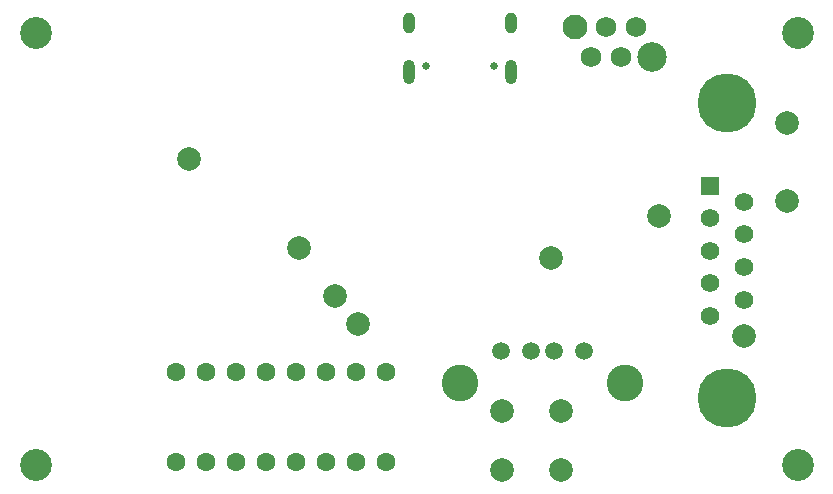
<source format=gbr>
%TF.GenerationSoftware,KiCad,Pcbnew,8.0.1*%
%TF.CreationDate,2024-03-30T20:31:03-07:00*%
%TF.ProjectId,babelfish,62616265-6c66-4697-9368-2e6b69636164,v0.3*%
%TF.SameCoordinates,Original*%
%TF.FileFunction,Soldermask,Bot*%
%TF.FilePolarity,Negative*%
%FSLAX46Y46*%
G04 Gerber Fmt 4.6, Leading zero omitted, Abs format (unit mm)*
G04 Created by KiCad (PCBNEW 8.0.1) date 2024-03-30 20:31:03*
%MOMM*%
%LPD*%
G01*
G04 APERTURE LIST*
%ADD10C,2.700000*%
%ADD11C,0.649987*%
%ADD12O,1.000000X2.100000*%
%ADD13O,1.000000X1.800000*%
%ADD14C,2.100000*%
%ADD15C,2.500000*%
%ADD16C,1.750000*%
%ADD17C,1.600000*%
%ADD18C,1.500000*%
%ADD19C,3.100000*%
%ADD20R,1.574803X1.574803*%
%ADD21C,1.574803*%
%ADD22C,5.000000*%
%ADD23C,2.000000*%
G04 APERTURE END LIST*
D10*
%TO.C,H4*%
X-2600000Y13500000D03*
%TD*%
D11*
%TO.C,U3*%
X36205383Y10730787D03*
X30415442Y10730787D03*
D12*
X37625500Y10230914D03*
X28985419Y10230914D03*
D13*
X28985419Y14411000D03*
X37625500Y14411000D03*
%TD*%
D14*
%TO.C,J2*%
X43070000Y14040000D03*
D15*
X49540000Y11500000D03*
D16*
X48210000Y14040000D03*
X46940000Y11500000D03*
X45670000Y14040000D03*
X44400000Y11500000D03*
%TD*%
D10*
%TO.C,H1*%
X-2600000Y-23000000D03*
%TD*%
D17*
%TO.C,DIP1*%
X9234601Y-22798217D03*
X11774606Y-22798217D03*
X14314611Y-22798217D03*
X16854616Y-22798217D03*
X19394622Y-22798217D03*
X21934627Y-22798217D03*
X24474632Y-22798217D03*
X27014637Y-22798217D03*
X27014637Y-15178201D03*
X24474632Y-15178201D03*
X21934627Y-15178201D03*
X19394622Y-15178201D03*
X16854616Y-15178201D03*
X14314611Y-15178201D03*
X11774606Y-15178201D03*
X9234601Y-15178201D03*
%TD*%
D18*
%TO.C,J4*%
X36800000Y-13390000D03*
X39300000Y-13390000D03*
X41300000Y-13390000D03*
X43800000Y-13390000D03*
D19*
X33300000Y-16100000D03*
X47300000Y-16100000D03*
%TD*%
D10*
%TO.C,H3*%
X61900000Y13500000D03*
%TD*%
%TO.C,H2*%
X61900000Y-23000000D03*
%TD*%
D20*
%TO.C,J3*%
X54480137Y619812D03*
D21*
X54480137Y-2140157D03*
X54480137Y-4900127D03*
X54480137Y-7660097D03*
X54480137Y-10420066D03*
X57320117Y-760173D03*
X57320117Y-3520142D03*
X57320117Y-6280112D03*
X57320117Y-9040081D03*
D22*
X55900000Y7600000D03*
X55900000Y-17400000D03*
%TD*%
D23*
%TO.C,RBc*%
X36900000Y-18500000D03*
%TD*%
%TO.C,RX_A*%
X24700000Y-11100000D03*
%TD*%
%TO.C,5V0*%
X41000000Y-5500000D03*
%TD*%
%TO.C,3V3*%
X57400000Y-12100000D03*
%TD*%
%TO.C,GND*%
X61000000Y5900000D03*
%TD*%
%TO.C,TX_B*%
X22700000Y-8700000D03*
%TD*%
%TO.C,TBc*%
X41900000Y-18500000D03*
%TD*%
%TO.C,RAc*%
X41900000Y-23500000D03*
%TD*%
%TO.C,TAc*%
X36900000Y-23500000D03*
%TD*%
%TO.C,TX_A*%
X10400000Y2900000D03*
%TD*%
%TO.C,RX_B*%
X19700000Y-4700000D03*
%TD*%
%TO.C,VBUS*%
X50200000Y-2000000D03*
%TD*%
%TO.C,VCC_5V*%
X61000000Y-700000D03*
%TD*%
M02*

</source>
